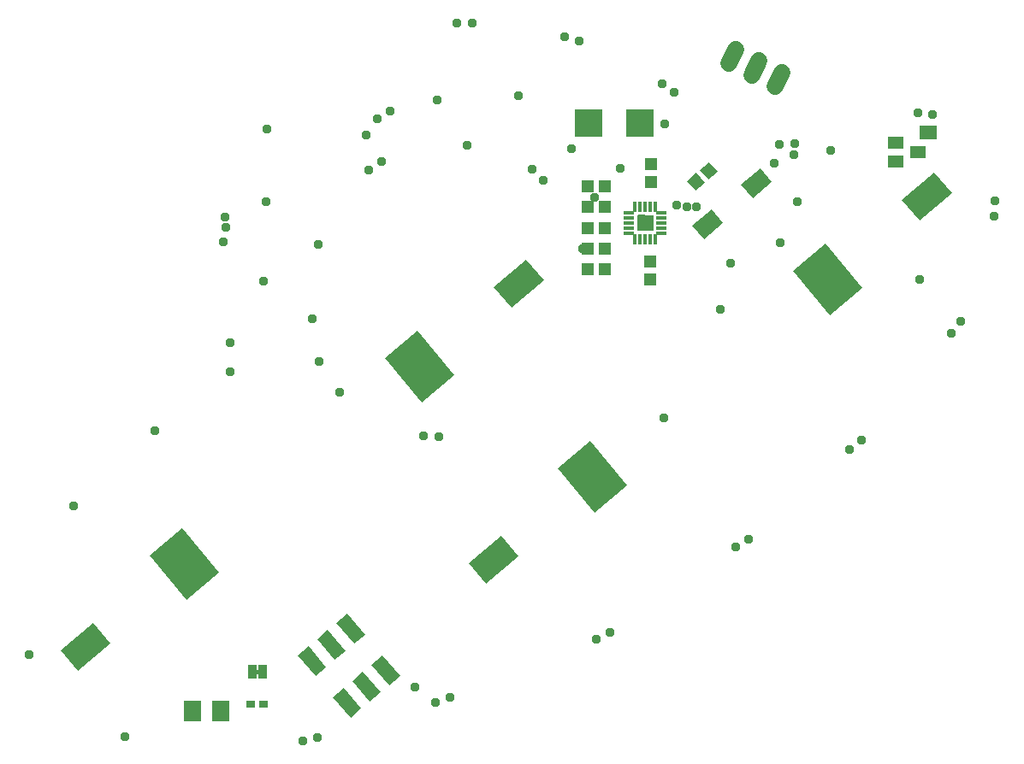
<source format=gbr>
G04 EAGLE Gerber RS-274X export*
G75*
%MOMM*%
%FSLAX34Y34*%
%LPD*%
%INSoldermask Bottom*%
%IPPOS*%
%AMOC8*
5,1,8,0,0,1.08239X$1,22.5*%
G01*
%ADD10R,1.050000X0.350000*%
%ADD11R,0.350000X1.050000*%
%ADD12R,2.703200X4.203200*%
%ADD13R,5.703200X4.203200*%
%ADD14R,1.203200X1.303200*%
%ADD15R,1.303200X1.203200*%
%ADD16R,2.753200X2.703200*%
%ADD17R,2.503200X1.803200*%
%ADD18C,1.727200*%
%ADD19R,1.403200X2.703200*%
%ADD20R,1.603200X1.203200*%
%ADD21R,0.903200X0.703200*%
%ADD22R,0.838200X1.473200*%
%ADD23R,1.803200X2.006200*%
%ADD24C,0.959600*%

G36*
X640199Y774501D02*
X640199Y774501D01*
X640218Y774504D01*
X640237Y774502D01*
X640338Y774525D01*
X640440Y774542D01*
X640457Y774551D01*
X640475Y774556D01*
X640563Y774609D01*
X640654Y774659D01*
X640667Y774673D01*
X640684Y774683D01*
X640750Y774762D01*
X640820Y774838D01*
X640828Y774855D01*
X640840Y774870D01*
X640877Y774967D01*
X640919Y775061D01*
X640921Y775080D01*
X640928Y775098D01*
X640943Y775245D01*
X641043Y789545D01*
X641039Y789569D01*
X641042Y789593D01*
X641020Y789689D01*
X641005Y789786D01*
X640994Y789808D01*
X640988Y789831D01*
X640937Y789915D01*
X640892Y790002D01*
X640874Y790019D01*
X640861Y790040D01*
X640786Y790102D01*
X640715Y790170D01*
X640693Y790180D01*
X640674Y790196D01*
X640582Y790231D01*
X640493Y790272D01*
X640469Y790275D01*
X640446Y790284D01*
X640299Y790299D01*
X625799Y790399D01*
X625770Y790395D01*
X625740Y790397D01*
X625650Y790376D01*
X625558Y790361D01*
X625532Y790347D01*
X625503Y790340D01*
X625424Y790291D01*
X625342Y790248D01*
X625322Y790226D01*
X625297Y790210D01*
X625238Y790138D01*
X625174Y790071D01*
X625162Y790044D01*
X625143Y790021D01*
X625111Y789934D01*
X625072Y789849D01*
X625069Y789820D01*
X625058Y789792D01*
X625045Y789645D01*
X625143Y775645D01*
X625092Y775596D01*
X625083Y775578D01*
X625068Y775562D01*
X625027Y775470D01*
X624981Y775379D01*
X624978Y775358D01*
X624969Y775339D01*
X624960Y775239D01*
X624945Y775138D01*
X624949Y775117D01*
X624947Y775096D01*
X624970Y774998D01*
X624988Y774898D01*
X624999Y774880D01*
X625004Y774859D01*
X625058Y774773D01*
X625107Y774685D01*
X625122Y774670D01*
X625134Y774653D01*
X625212Y774589D01*
X625288Y774521D01*
X625307Y774512D01*
X625323Y774499D01*
X625418Y774464D01*
X625511Y774423D01*
X625532Y774422D01*
X625552Y774414D01*
X625699Y774401D01*
X640199Y774501D01*
G37*
G36*
X250890Y335673D02*
X250890Y335673D01*
X250956Y335675D01*
X250999Y335693D01*
X251046Y335701D01*
X251103Y335735D01*
X251163Y335760D01*
X251198Y335791D01*
X251239Y335816D01*
X251281Y335867D01*
X251329Y335911D01*
X251351Y335953D01*
X251380Y335990D01*
X251401Y336052D01*
X251432Y336111D01*
X251440Y336165D01*
X251452Y336202D01*
X251451Y336242D01*
X251459Y336296D01*
X251459Y338836D01*
X251448Y338901D01*
X251446Y338967D01*
X251428Y339010D01*
X251420Y339057D01*
X251386Y339114D01*
X251361Y339174D01*
X251330Y339209D01*
X251305Y339250D01*
X251254Y339292D01*
X251210Y339340D01*
X251168Y339362D01*
X251131Y339391D01*
X251069Y339412D01*
X251010Y339443D01*
X250956Y339451D01*
X250919Y339463D01*
X250879Y339462D01*
X250825Y339470D01*
X247015Y339470D01*
X246950Y339459D01*
X246884Y339457D01*
X246841Y339439D01*
X246794Y339431D01*
X246737Y339397D01*
X246677Y339372D01*
X246642Y339341D01*
X246601Y339316D01*
X246560Y339265D01*
X246511Y339221D01*
X246489Y339179D01*
X246460Y339142D01*
X246439Y339080D01*
X246408Y339021D01*
X246400Y338967D01*
X246388Y338930D01*
X246388Y338927D01*
X246389Y338890D01*
X246381Y338836D01*
X246381Y336296D01*
X246392Y336231D01*
X246394Y336165D01*
X246412Y336122D01*
X246420Y336075D01*
X246454Y336018D01*
X246479Y335958D01*
X246510Y335923D01*
X246535Y335882D01*
X246586Y335841D01*
X246630Y335792D01*
X246672Y335770D01*
X246709Y335741D01*
X246771Y335720D01*
X246830Y335689D01*
X246884Y335681D01*
X246921Y335669D01*
X246961Y335670D01*
X247015Y335662D01*
X250825Y335662D01*
X250890Y335673D01*
G37*
D10*
X616894Y772450D03*
X616894Y777450D03*
X616894Y782450D03*
X616894Y787450D03*
X616894Y792450D03*
D11*
X622894Y798450D03*
X627894Y798450D03*
X632894Y798450D03*
X637894Y798450D03*
X642894Y798450D03*
D10*
X648894Y792450D03*
X648894Y787450D03*
X648894Y782450D03*
X648894Y777450D03*
X648894Y772450D03*
D11*
X642894Y766450D03*
X637894Y766450D03*
X632894Y766450D03*
X627894Y766450D03*
X622894Y766450D03*
D12*
G36*
X71467Y338447D02*
X54091Y359155D01*
X86289Y386171D01*
X103665Y365463D01*
X71467Y338447D01*
G37*
D13*
G36*
X179238Y409298D02*
X142580Y452986D01*
X174778Y480004D01*
X211436Y436316D01*
X179238Y409298D01*
G37*
G36*
X407502Y675282D02*
X444160Y631594D01*
X411962Y604576D01*
X375304Y648264D01*
X407502Y675282D01*
G37*
D12*
G36*
X515273Y746133D02*
X532649Y725425D01*
X500451Y698409D01*
X483075Y719117D01*
X515273Y746133D01*
G37*
G36*
X475327Y424807D02*
X457951Y445515D01*
X490149Y472531D01*
X507525Y451823D01*
X475327Y424807D01*
G37*
D13*
G36*
X583098Y495658D02*
X546440Y539346D01*
X578638Y566364D01*
X615296Y522676D01*
X583098Y495658D01*
G37*
G36*
X811362Y761642D02*
X848020Y717954D01*
X815822Y690936D01*
X779164Y734624D01*
X811362Y761642D01*
G37*
D12*
G36*
X919133Y832493D02*
X936509Y811785D01*
X904311Y784769D01*
X886935Y805477D01*
X919133Y832493D01*
G37*
D14*
X592700Y819150D03*
X575700Y819150D03*
X592700Y798830D03*
X575700Y798830D03*
X592700Y777240D03*
X575700Y777240D03*
X592700Y756920D03*
X575700Y756920D03*
X592700Y736600D03*
X575700Y736600D03*
D15*
X637540Y743830D03*
X637540Y726830D03*
D14*
X638810Y823350D03*
X638810Y840350D03*
D16*
X627230Y881380D03*
X576730Y881380D03*
D17*
G36*
X679307Y779984D02*
X698482Y796073D01*
X710073Y782260D01*
X690898Y766171D01*
X679307Y779984D01*
G37*
G36*
X727567Y820480D02*
X746742Y836569D01*
X758333Y822756D01*
X739158Y806667D01*
X727567Y820480D01*
G37*
D18*
X761011Y917837D02*
X767811Y931476D01*
X745080Y942809D02*
X738280Y929171D01*
X715549Y940504D02*
X722349Y954143D01*
D14*
G36*
X691641Y821960D02*
X682425Y814226D01*
X674049Y824208D01*
X683265Y831942D01*
X691641Y821960D01*
G37*
G36*
X704663Y832888D02*
X695447Y825154D01*
X687071Y835136D01*
X696287Y842870D01*
X704663Y832888D01*
G37*
D19*
G36*
X362042Y344892D02*
X372791Y353911D01*
X390166Y333204D01*
X379417Y324185D01*
X362042Y344892D01*
G37*
G36*
X342891Y328823D02*
X353640Y337842D01*
X371015Y317135D01*
X360266Y308116D01*
X342891Y328823D01*
G37*
G36*
X323740Y312753D02*
X334489Y321772D01*
X351864Y301065D01*
X341115Y292046D01*
X323740Y312753D01*
G37*
G36*
X289030Y354120D02*
X299779Y363139D01*
X317154Y342432D01*
X306405Y333413D01*
X289030Y354120D01*
G37*
G36*
X308181Y370189D02*
X318930Y379208D01*
X336305Y358501D01*
X325556Y349482D01*
X308181Y370189D01*
G37*
G36*
X327332Y386259D02*
X338081Y395278D01*
X355456Y374571D01*
X344707Y365552D01*
X327332Y386259D01*
G37*
D20*
X902794Y852424D03*
X880794Y861924D03*
X880794Y842924D03*
D21*
X242428Y305562D03*
X255428Y305562D03*
D22*
X243840Y337566D03*
X254000Y337566D03*
X917194Y871982D03*
X909066Y871982D03*
D23*
X212848Y299212D03*
X184408Y299212D03*
D24*
X707392Y697232D03*
X405332Y322580D03*
X766290Y762762D03*
X717550Y742612D03*
X255270Y725170D03*
X576580Y881380D03*
X356870Y869950D03*
X426720Y904240D03*
X507238Y908558D03*
X783590Y803910D03*
X816610Y854710D03*
X651510Y589280D03*
X257810Y803910D03*
X904240Y726440D03*
X359250Y834865D03*
X456554Y859546D03*
X413332Y571668D03*
X722243Y461137D03*
X917505Y890227D03*
X978879Y804220D03*
X582899Y807751D03*
X652388Y880748D03*
X760730Y842010D03*
X598050Y376808D03*
X330324Y615082D03*
X303401Y687746D03*
X117706Y273272D03*
X294302Y269228D03*
X439332Y312633D03*
X309090Y760887D03*
X428308Y570814D03*
X446516Y980756D03*
X380194Y893024D03*
X521027Y835407D03*
X258550Y875756D03*
X570548Y756541D03*
X215561Y763585D03*
X67068Y502046D03*
X371802Y843079D03*
X846672Y567611D03*
X936160Y672843D03*
X217366Y788386D03*
X367310Y885344D03*
X461516Y980756D03*
X552843Y967294D03*
X608330Y836930D03*
X147485Y576784D03*
X560070Y855980D03*
X217623Y778443D03*
X531689Y824857D03*
X649343Y920644D03*
X780923Y860822D03*
X567173Y962858D03*
X902607Y891977D03*
X977885Y789252D03*
X637540Y726830D03*
X308838Y272932D03*
X425140Y307775D03*
X23244Y354787D03*
X222250Y664094D03*
X584638Y370092D03*
X734765Y469395D03*
X945104Y684885D03*
X834932Y558273D03*
X765941Y860090D03*
X661705Y912148D03*
X779874Y850115D03*
X310231Y644834D03*
X222250Y635000D03*
X664210Y800100D03*
X673806Y798830D03*
X683402Y798830D03*
X695867Y834012D03*
M02*

</source>
